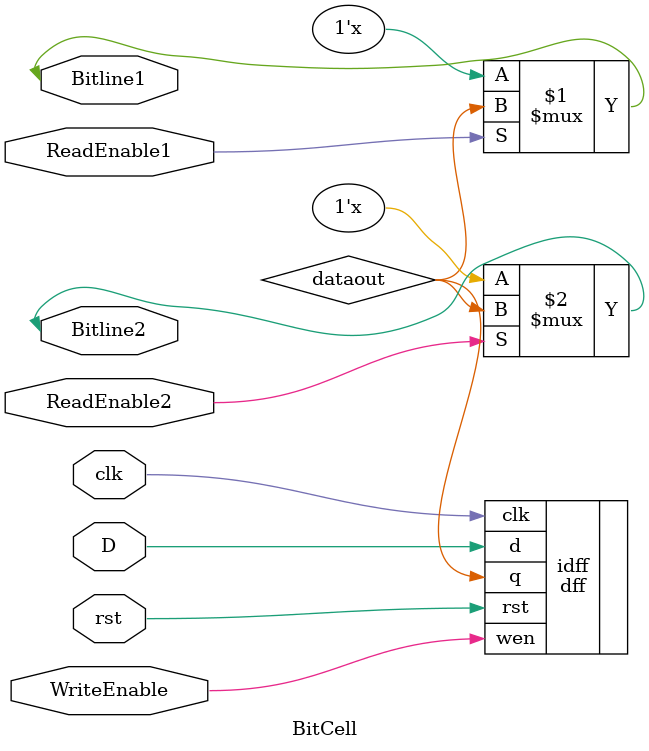
<source format=v>
module BitCell(input clk,  input rst, input D, input WriteEnable, input ReadEnable1, input ReadEnable2, inout Bitline1, inout Bitline2);
	
	wire dataout;
	
	dff idff(.q(dataout), .d(D), .wen(WriteEnable), .clk(clk), .rst(rst));
	
	assign Bitline1 = (ReadEnable1) ? dataout : 1'bz;
	assign Bitline2 = (ReadEnable2) ? dataout : 1'bz;
	
endmodule
</source>
